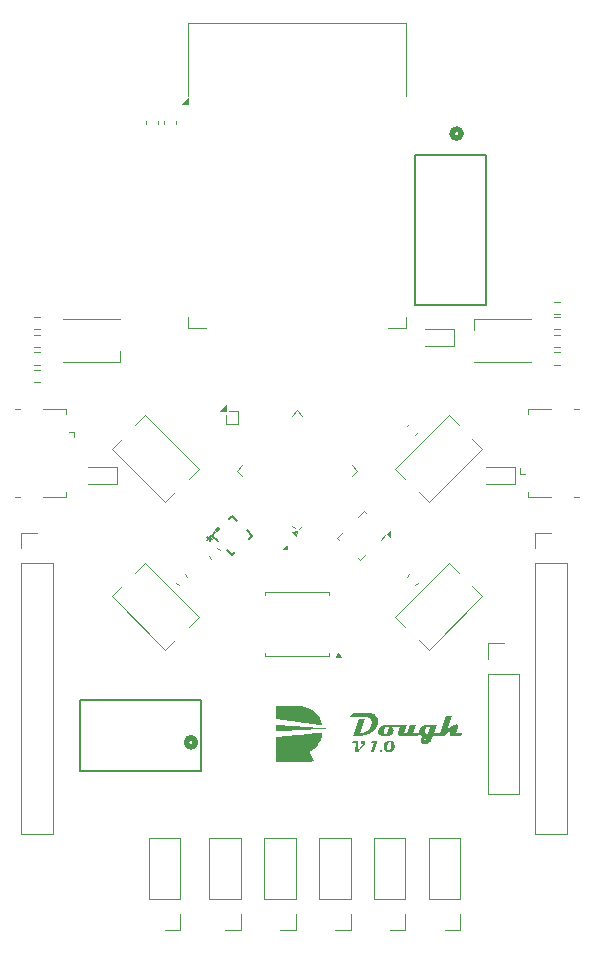
<source format=gbr>
%TF.GenerationSoftware,KiCad,Pcbnew,8.0.2*%
%TF.CreationDate,2024-06-02T11:57:14-03:00*%
%TF.ProjectId,dough,646f7567-682e-46b6-9963-61645f706362,rev?*%
%TF.SameCoordinates,Original*%
%TF.FileFunction,Legend,Top*%
%TF.FilePolarity,Positive*%
%FSLAX46Y46*%
G04 Gerber Fmt 4.6, Leading zero omitted, Abs format (unit mm)*
G04 Created by KiCad (PCBNEW 8.0.2) date 2024-06-02 11:57:14*
%MOMM*%
%LPD*%
G01*
G04 APERTURE LIST*
%ADD10C,0.100000*%
%ADD11C,0.300000*%
%ADD12C,0.150000*%
%ADD13C,0.152400*%
%ADD14C,0.508000*%
%ADD15C,0.120000*%
%ADD16C,0.000000*%
G04 APERTURE END LIST*
D10*
G36*
X129697487Y-88565024D02*
G01*
X129689142Y-88676679D01*
X129668706Y-88774578D01*
X129636008Y-88874504D01*
X129591048Y-88976456D01*
X129544215Y-89062964D01*
X129523098Y-89097962D01*
X129462075Y-89188042D01*
X129394535Y-89272901D01*
X129320476Y-89352539D01*
X129239898Y-89426957D01*
X129152803Y-89496154D01*
X129059189Y-89560130D01*
X128959057Y-89618886D01*
X128852407Y-89672421D01*
X128750214Y-89716385D01*
X128646113Y-89754487D01*
X128540104Y-89786727D01*
X128432187Y-89813105D01*
X128322362Y-89833621D01*
X128210628Y-89848276D01*
X128096987Y-89857069D01*
X127981437Y-89860000D01*
X127528122Y-89860000D01*
X128025401Y-88453161D01*
X128521214Y-88453161D01*
X128099651Y-89641158D01*
X128200962Y-89635285D01*
X128301929Y-89617665D01*
X128402554Y-89588298D01*
X128502834Y-89547185D01*
X128602772Y-89494326D01*
X128636008Y-89474096D01*
X128730776Y-89408499D01*
X128815412Y-89337373D01*
X128889915Y-89260717D01*
X128954287Y-89178531D01*
X129008526Y-89090816D01*
X129024354Y-89060348D01*
X129067180Y-88968896D01*
X129103244Y-88872794D01*
X129127394Y-88775409D01*
X129134263Y-88698381D01*
X129127952Y-88600731D01*
X129105283Y-88504873D01*
X129060075Y-88417104D01*
X129002372Y-88356929D01*
X128916181Y-88308758D01*
X128817563Y-88280658D01*
X128713165Y-88267812D01*
X128639916Y-88265582D01*
X127311235Y-88265582D01*
X127522749Y-87921688D01*
X128852407Y-87921688D01*
X128957365Y-87925254D01*
X129056693Y-87935952D01*
X129168457Y-87958203D01*
X129272115Y-87990723D01*
X129367668Y-88033513D01*
X129426866Y-88067745D01*
X129518835Y-88137618D01*
X129591776Y-88218275D01*
X129645689Y-88309718D01*
X129680573Y-88411945D01*
X129696430Y-88524957D01*
X129697487Y-88565024D01*
G37*
G36*
X132029732Y-89017850D02*
G01*
X131950490Y-89092863D01*
X131850923Y-89130477D01*
X131741311Y-89140949D01*
X130881088Y-89140949D01*
X130941934Y-89220339D01*
X130955338Y-89253789D01*
X130978439Y-89351813D01*
X130978785Y-89395938D01*
X130962620Y-89493277D01*
X130924968Y-89592730D01*
X130866861Y-89679604D01*
X130788299Y-89753900D01*
X130777041Y-89762302D01*
X130683129Y-89818173D01*
X130590338Y-89854137D01*
X130487636Y-89878039D01*
X130375023Y-89889880D01*
X130323726Y-89891263D01*
X130226026Y-89888875D01*
X130118453Y-89877289D01*
X130021423Y-89856188D01*
X129921550Y-89819547D01*
X129836028Y-89769955D01*
X129824982Y-89761814D01*
X129749892Y-89690072D01*
X129695281Y-89596764D01*
X129684544Y-89552254D01*
X130125401Y-89552254D01*
X130173701Y-89638507D01*
X130270515Y-89668196D01*
X130345219Y-89672421D01*
X130390648Y-89670956D01*
X130573342Y-89140949D01*
X130258757Y-89140949D01*
X130135170Y-89499009D01*
X130125401Y-89552254D01*
X129684544Y-89552254D01*
X129672071Y-89500550D01*
X129669644Y-89454068D01*
X129676482Y-89378841D01*
X129702739Y-89279434D01*
X129745847Y-89191263D01*
X129814489Y-89105499D01*
X129882623Y-89048625D01*
X129967708Y-88999327D01*
X130064386Y-88962138D01*
X130172658Y-88937057D01*
X130274690Y-88925196D01*
X130366224Y-88922107D01*
X132071039Y-88922107D01*
X132029732Y-89017850D01*
G37*
G36*
X133181367Y-89641158D02*
G01*
X133139214Y-89735490D01*
X133066793Y-89805993D01*
X133054849Y-89813593D01*
X132960333Y-89852341D01*
X132891695Y-89860000D01*
X132317236Y-89860000D01*
X132219713Y-89849799D01*
X132135193Y-89799046D01*
X132115491Y-89731039D01*
X132041236Y-89799046D01*
X131952192Y-89841864D01*
X131848360Y-89859496D01*
X131825819Y-89860000D01*
X131584019Y-89860000D01*
X131484979Y-89845589D01*
X131410607Y-89802358D01*
X131359776Y-89716897D01*
X131352965Y-89660209D01*
X131370844Y-89561380D01*
X131372016Y-89558115D01*
X131603070Y-88922107D01*
X132101814Y-88922107D01*
X131844870Y-89641158D01*
X132123796Y-89641158D01*
X132379274Y-88922107D01*
X132872156Y-88922107D01*
X132622540Y-89641158D01*
X133181367Y-89641158D01*
G37*
G36*
X134366434Y-89641158D02*
G01*
X134949197Y-89641158D01*
X134900074Y-89736901D01*
X134815718Y-89805289D01*
X134713006Y-89842689D01*
X134603497Y-89858076D01*
X134541311Y-89860000D01*
X134296580Y-89860000D01*
X134258441Y-89957992D01*
X134212737Y-90063872D01*
X134167102Y-90156974D01*
X134113948Y-90249445D01*
X134053314Y-90333831D01*
X133983487Y-90406542D01*
X133893601Y-90472359D01*
X133794646Y-90517700D01*
X133686621Y-90542564D01*
X133603907Y-90547787D01*
X133505508Y-90537917D01*
X133408269Y-90500801D01*
X133358688Y-90464256D01*
X133299544Y-90386062D01*
X133270552Y-90286423D01*
X133267341Y-90233203D01*
X133269264Y-90201451D01*
X133557501Y-90201451D01*
X133585055Y-90297762D01*
X133635659Y-90348974D01*
X133801744Y-89891263D01*
X133704887Y-89924029D01*
X133634682Y-89994822D01*
X133584710Y-90078883D01*
X133558707Y-90175676D01*
X133557501Y-90201451D01*
X133269264Y-90201451D01*
X133273472Y-90131972D01*
X133296122Y-90032101D01*
X133342444Y-89942006D01*
X133420613Y-89871303D01*
X133441730Y-89860000D01*
X133344367Y-89825079D01*
X133261838Y-89770326D01*
X133228750Y-89738367D01*
X133169514Y-89654950D01*
X133137617Y-89559306D01*
X133137346Y-89556161D01*
X133631263Y-89556161D01*
X133673883Y-89645554D01*
X133771277Y-89674304D01*
X133801744Y-89675352D01*
X133833496Y-89673886D01*
X133866224Y-89672421D01*
X134043545Y-89140949D01*
X133750942Y-89140949D01*
X133641032Y-89497055D01*
X133631263Y-89556161D01*
X133137346Y-89556161D01*
X133131542Y-89488750D01*
X133144409Y-89388132D01*
X133149616Y-89368583D01*
X133182063Y-89274513D01*
X133235804Y-89179998D01*
X133307314Y-89099345D01*
X133396592Y-89032552D01*
X133409002Y-89025177D01*
X133501386Y-88980084D01*
X133602686Y-88947875D01*
X133712901Y-88928549D01*
X133816651Y-88922208D01*
X133832030Y-88922107D01*
X134618004Y-88922107D01*
X134366434Y-89641158D01*
G37*
G36*
X136802023Y-89641158D02*
G01*
X136755300Y-89734337D01*
X136677536Y-89803579D01*
X136649616Y-89818967D01*
X136556898Y-89850984D01*
X136469364Y-89860000D01*
X135884159Y-89860000D01*
X135783583Y-89841376D01*
X135728972Y-89754102D01*
X135728820Y-89747159D01*
X135746852Y-89647983D01*
X135749337Y-89640181D01*
X135848499Y-89359790D01*
X135327773Y-89778422D01*
X135241420Y-89834188D01*
X135144126Y-89859283D01*
X135124075Y-89860000D01*
X134841242Y-89860000D01*
X135429378Y-88203056D01*
X135923726Y-88203056D01*
X135510467Y-89343182D01*
X135929588Y-89017362D01*
X136013394Y-88962010D01*
X136114171Y-88918643D01*
X136209525Y-88896898D01*
X136297418Y-88890844D01*
X136391585Y-88919081D01*
X136433960Y-89012003D01*
X136435170Y-89038367D01*
X136418724Y-89136003D01*
X136410258Y-89161465D01*
X136235868Y-89641158D01*
X136802023Y-89641158D01*
G37*
G36*
X128567585Y-90414717D02*
G01*
X128562285Y-90466078D01*
X128547209Y-90515198D01*
X128522357Y-90562077D01*
X128504326Y-90587152D01*
X128062491Y-91126685D01*
X128028178Y-91161796D01*
X127986151Y-91193577D01*
X127941972Y-91215471D01*
X127888849Y-91228385D01*
X127861235Y-91230000D01*
X127685380Y-91230000D01*
X127754745Y-90432791D01*
X127436741Y-90432791D01*
X127539078Y-90260844D01*
X127871737Y-90260844D01*
X127922784Y-90269453D01*
X127965038Y-90295282D01*
X127994577Y-90337181D01*
X128002896Y-90382965D01*
X128002163Y-90396643D01*
X127930600Y-91097131D01*
X128351186Y-90573475D01*
X128302306Y-90557993D01*
X128260843Y-90531788D01*
X128244207Y-90516078D01*
X128215323Y-90473669D01*
X128202614Y-90425090D01*
X128201953Y-90410076D01*
X128209475Y-90361751D01*
X128234601Y-90315677D01*
X128255443Y-90293572D01*
X128298800Y-90264103D01*
X128348270Y-90248235D01*
X128384647Y-90245212D01*
X128434492Y-90251158D01*
X128482681Y-90271205D01*
X128514584Y-90295526D01*
X128547111Y-90335758D01*
X128565216Y-90385388D01*
X128567585Y-90414717D01*
G37*
G36*
X129561165Y-90461612D02*
G01*
X129291277Y-91230000D01*
X129041905Y-91230000D01*
X129313258Y-90432791D01*
X129095638Y-90432791D01*
X129186985Y-90260844D01*
X129455408Y-90260844D01*
X129506243Y-90269805D01*
X129541137Y-90292595D01*
X129568008Y-90335025D01*
X129575575Y-90383454D01*
X129569369Y-90433312D01*
X129561165Y-90461612D01*
G37*
G36*
X130033042Y-91128394D02*
G01*
X130021914Y-91178395D01*
X129997871Y-91211193D01*
X129956626Y-91238064D01*
X129913363Y-91245631D01*
X129864507Y-91235912D01*
X129828611Y-91211193D01*
X129800567Y-91168045D01*
X129793928Y-91128394D01*
X129804902Y-91078394D01*
X129828611Y-91045596D01*
X129869804Y-91018725D01*
X129913363Y-91011158D01*
X129961907Y-91020877D01*
X129997871Y-91045596D01*
X130025314Y-91086116D01*
X130033042Y-91128394D01*
G37*
G36*
X130703207Y-90248134D02*
G01*
X130757101Y-90256900D01*
X130807286Y-90271509D01*
X130853763Y-90291962D01*
X130896530Y-90318259D01*
X130935589Y-90350399D01*
X130950174Y-90364891D01*
X130983174Y-90404128D01*
X131010581Y-90447037D01*
X131032395Y-90493620D01*
X131048615Y-90543876D01*
X131059242Y-90597805D01*
X131064276Y-90655407D01*
X131064724Y-90679476D01*
X131062556Y-90739251D01*
X131056053Y-90796331D01*
X131045215Y-90850717D01*
X131030041Y-90902409D01*
X131010532Y-90951406D01*
X130986688Y-90997709D01*
X130958509Y-91041318D01*
X130925994Y-91082233D01*
X130888480Y-91120529D01*
X130848111Y-91153719D01*
X130804888Y-91181804D01*
X130758810Y-91204781D01*
X130709877Y-91222653D01*
X130658090Y-91235419D01*
X130603448Y-91243078D01*
X130545952Y-91245631D01*
X130488542Y-91242739D01*
X130434769Y-91234063D01*
X130384634Y-91219603D01*
X130338136Y-91199358D01*
X130295275Y-91173330D01*
X130256052Y-91141518D01*
X130241381Y-91127173D01*
X130208240Y-91088212D01*
X130180716Y-91045519D01*
X130158810Y-90999092D01*
X130142520Y-90948933D01*
X130132303Y-90897341D01*
X130415038Y-90897341D01*
X130417990Y-90957149D01*
X130426845Y-91006821D01*
X130445263Y-91053046D01*
X130483044Y-91091972D01*
X130535938Y-91104947D01*
X130584845Y-91095188D01*
X130628983Y-91065911D01*
X130663021Y-91025282D01*
X130688709Y-90980470D01*
X130711965Y-90925701D01*
X130720586Y-90901004D01*
X130735010Y-90853283D01*
X130746990Y-90805525D01*
X130758138Y-90748169D01*
X130765766Y-90690762D01*
X130769873Y-90633303D01*
X130770655Y-90594968D01*
X130768789Y-90545967D01*
X130761208Y-90493903D01*
X130744412Y-90444902D01*
X130714204Y-90406313D01*
X130665684Y-90386713D01*
X130651221Y-90385896D01*
X130602481Y-90395690D01*
X130558416Y-90425072D01*
X130524367Y-90465848D01*
X130498617Y-90510820D01*
X130475251Y-90565787D01*
X130466573Y-90590572D01*
X130451727Y-90638891D01*
X130439396Y-90687067D01*
X130429582Y-90735100D01*
X130421127Y-90792550D01*
X130416296Y-90849794D01*
X130415038Y-90897341D01*
X130132303Y-90897341D01*
X130131848Y-90895041D01*
X130126792Y-90837416D01*
X130126343Y-90813321D01*
X130128533Y-90753921D01*
X130135105Y-90697107D01*
X130146058Y-90642882D01*
X130161392Y-90591243D01*
X130181107Y-90542193D01*
X130205203Y-90495729D01*
X130233680Y-90451853D01*
X130266538Y-90410565D01*
X130304144Y-90371810D01*
X130344543Y-90338223D01*
X130387736Y-90309803D01*
X130433722Y-90286550D01*
X130482502Y-90268465D01*
X130534076Y-90255547D01*
X130588443Y-90247796D01*
X130645603Y-90245212D01*
X130703207Y-90248134D01*
G37*
D11*
X122228572Y-90471185D02*
X123371429Y-90471185D01*
D12*
X115206129Y-72976946D02*
X115374487Y-73145305D01*
X115138785Y-73246320D02*
X115374487Y-73145305D01*
X115374487Y-73145305D02*
X115475503Y-72909603D01*
X115408159Y-73381007D02*
X115374487Y-73145305D01*
X115374487Y-73145305D02*
X115610190Y-73178977D01*
X115206129Y-72976946D02*
X115374487Y-73145305D01*
X115138785Y-73246320D02*
X115374487Y-73145305D01*
X115374487Y-73145305D02*
X115475503Y-72909603D01*
X115408159Y-73381007D02*
X115374487Y-73145305D01*
X115374487Y-73145305D02*
X115610190Y-73178977D01*
D13*
%TO.C,J1*%
X104419200Y-86832600D02*
X104419200Y-92827000D01*
X104419200Y-92827000D02*
X114680800Y-92827000D01*
X114680800Y-86832600D02*
X104419200Y-86832600D01*
X114680800Y-92827000D02*
X114680800Y-86832600D01*
D14*
X114201000Y-90400000D02*
G75*
G02*
X113439000Y-90400000I-381000J0D01*
G01*
X113439000Y-90400000D02*
G75*
G02*
X114201000Y-90400000I381000J0D01*
G01*
D15*
%TO.C,D1*%
X102950000Y-58200000D02*
X107850000Y-58200000D01*
X107850000Y-54600000D02*
X102950000Y-54600000D01*
X107850000Y-58200000D02*
X107850000Y-57300000D01*
%TO.C,D7*%
X133600000Y-56835000D02*
X136060000Y-56835000D01*
X136060000Y-55365000D02*
X133600000Y-55365000D01*
X136060000Y-56835000D02*
X136060000Y-55365000D01*
%TO.C,R29*%
X145054724Y-55877500D02*
X144545276Y-55877500D01*
X145054724Y-56922500D02*
X144545276Y-56922500D01*
D16*
%TO.C,_*%
G36*
X122014323Y-87311629D02*
G01*
X122238673Y-87313430D01*
X122430639Y-87315370D01*
X122593335Y-87317545D01*
X122729878Y-87320053D01*
X122843381Y-87322992D01*
X122936960Y-87326457D01*
X123013731Y-87330548D01*
X123076808Y-87335360D01*
X123129307Y-87340992D01*
X123174342Y-87347540D01*
X123176651Y-87347927D01*
X123458983Y-87405432D01*
X123711874Y-87478337D01*
X123938445Y-87567897D01*
X124141814Y-87675364D01*
X124325101Y-87801992D01*
X124344252Y-87817210D01*
X124509998Y-87973312D01*
X124652292Y-88154937D01*
X124769967Y-88359975D01*
X124861857Y-88586316D01*
X124926796Y-88831851D01*
X124937862Y-88891195D01*
X124942248Y-88936907D01*
X124933530Y-88955096D01*
X124926346Y-88955995D01*
X124906007Y-88953511D01*
X124852750Y-88946736D01*
X124768857Y-88935966D01*
X124656612Y-88921495D01*
X124518299Y-88903620D01*
X124356200Y-88882637D01*
X124172599Y-88858842D01*
X123969779Y-88832529D01*
X123750024Y-88803996D01*
X123515616Y-88773537D01*
X123268840Y-88741450D01*
X123011979Y-88708028D01*
X122968624Y-88702385D01*
X121033893Y-88450537D01*
X121029207Y-87877468D01*
X121024522Y-87304399D01*
X122014323Y-87311629D01*
G37*
G36*
X121082705Y-88923384D02*
G01*
X121111377Y-88924865D01*
X121171569Y-88928711D01*
X121260704Y-88934733D01*
X121376206Y-88942741D01*
X121515499Y-88952547D01*
X121676007Y-88963960D01*
X121855153Y-88976791D01*
X122050363Y-88990851D01*
X122259059Y-89005951D01*
X122478665Y-89021901D01*
X122706607Y-89038512D01*
X122940306Y-89055594D01*
X123177188Y-89072959D01*
X123414676Y-89090416D01*
X123650194Y-89107777D01*
X123881166Y-89124851D01*
X124105016Y-89141451D01*
X124319168Y-89157386D01*
X124521045Y-89172467D01*
X124708073Y-89186504D01*
X124877674Y-89199309D01*
X125027272Y-89210692D01*
X125154292Y-89220463D01*
X125256158Y-89228434D01*
X125330292Y-89234414D01*
X125374120Y-89238215D01*
X125385185Y-89239643D01*
X125344328Y-89241558D01*
X125271548Y-89245206D01*
X125169624Y-89250437D01*
X125041339Y-89257104D01*
X124889474Y-89265057D01*
X124716812Y-89274146D01*
X124526134Y-89284224D01*
X124320222Y-89295140D01*
X124101857Y-89306745D01*
X123873822Y-89318892D01*
X123638898Y-89331430D01*
X123399866Y-89344211D01*
X123159509Y-89357085D01*
X122920609Y-89369904D01*
X122685946Y-89382519D01*
X122458303Y-89394780D01*
X122240462Y-89406539D01*
X122035204Y-89417646D01*
X121845311Y-89427952D01*
X121673565Y-89437309D01*
X121522748Y-89445568D01*
X121395640Y-89452578D01*
X121295025Y-89458192D01*
X121223683Y-89462261D01*
X121184397Y-89464634D01*
X121180329Y-89464914D01*
X121025018Y-89476271D01*
X121025018Y-89199264D01*
X121025018Y-88922257D01*
X121082705Y-88923384D01*
G37*
G36*
X124938440Y-89583987D02*
G01*
X124944450Y-89604405D01*
X124941545Y-89648442D01*
X124938524Y-89672187D01*
X124928195Y-89733151D01*
X124911673Y-89813869D01*
X124891992Y-89899812D01*
X124885425Y-89926432D01*
X124805742Y-90176378D01*
X124697997Y-90404614D01*
X124562046Y-90611325D01*
X124397748Y-90796695D01*
X124204958Y-90960910D01*
X123983534Y-91104153D01*
X123967051Y-91113348D01*
X123910280Y-91145947D01*
X123868051Y-91172549D01*
X123847943Y-91188314D01*
X123847240Y-91189815D01*
X123855158Y-91207679D01*
X123877453Y-91252668D01*
X123911941Y-91320508D01*
X123956433Y-91406926D01*
X124008743Y-91507648D01*
X124060238Y-91606114D01*
X124117654Y-91715865D01*
X124169208Y-91814995D01*
X124212718Y-91899256D01*
X124246000Y-91964404D01*
X124266869Y-92006192D01*
X124273236Y-92020307D01*
X124255900Y-92021498D01*
X124205549Y-92022637D01*
X124124667Y-92023711D01*
X124015738Y-92024708D01*
X123881246Y-92025615D01*
X123723677Y-92026420D01*
X123545513Y-92027111D01*
X123349240Y-92027674D01*
X123137342Y-92028097D01*
X122912302Y-92028369D01*
X122676606Y-92028476D01*
X122649127Y-92028477D01*
X121025018Y-92028477D01*
X121025018Y-90990112D01*
X121025211Y-90801782D01*
X121025769Y-90624449D01*
X121026657Y-90461218D01*
X121027838Y-90315196D01*
X121029279Y-90189491D01*
X121030945Y-90087210D01*
X121032800Y-90011459D01*
X121034809Y-89965345D01*
X121036692Y-89951747D01*
X121055569Y-89950069D01*
X121107493Y-89945180D01*
X121190178Y-89937302D01*
X121301340Y-89926655D01*
X121438692Y-89913458D01*
X121599948Y-89897933D01*
X121782823Y-89880299D01*
X121985030Y-89860777D01*
X122204285Y-89839586D01*
X122438300Y-89816948D01*
X122684790Y-89793083D01*
X122941469Y-89768210D01*
X122970724Y-89765374D01*
X123228810Y-89740378D01*
X123477238Y-89716367D01*
X123713697Y-89693561D01*
X123935872Y-89672182D01*
X124141451Y-89652450D01*
X124328121Y-89634587D01*
X124493568Y-89618813D01*
X124635479Y-89605350D01*
X124751541Y-89594418D01*
X124839440Y-89586238D01*
X124896865Y-89581031D01*
X124921500Y-89579018D01*
X124922071Y-89579001D01*
X124938440Y-89583987D01*
G37*
D15*
%TO.C,J7*%
X124670000Y-103655000D02*
X124670000Y-98515000D01*
X127330000Y-98515000D02*
X124670000Y-98515000D01*
X127330000Y-103655000D02*
X124670000Y-103655000D01*
X127330000Y-103655000D02*
X127330000Y-98515000D01*
X127330000Y-104925000D02*
X127330000Y-106255000D01*
X127330000Y-106255000D02*
X126000000Y-106255000D01*
%TO.C,J6*%
X129320000Y-103655000D02*
X129320000Y-98515000D01*
X131980000Y-98515000D02*
X129320000Y-98515000D01*
X131980000Y-103655000D02*
X129320000Y-103655000D01*
X131980000Y-103655000D02*
X131980000Y-98515000D01*
X131980000Y-104925000D02*
X131980000Y-106255000D01*
X131980000Y-106255000D02*
X130650000Y-106255000D01*
%TO.C,R30*%
X145054724Y-54377500D02*
X144545276Y-54377500D01*
X145054724Y-55422500D02*
X144545276Y-55422500D01*
%TO.C,J12*%
X99470000Y-72645000D02*
X100800000Y-72645000D01*
X99470000Y-73975000D02*
X99470000Y-72645000D01*
X99470000Y-75245000D02*
X99470000Y-98165000D01*
X99470000Y-75245000D02*
X102130000Y-75245000D01*
X99470000Y-98165000D02*
X102130000Y-98165000D01*
X102130000Y-75245000D02*
X102130000Y-98165000D01*
%TO.C,D5*%
X137750000Y-54600000D02*
X137750000Y-55500000D01*
X137750000Y-58200000D02*
X142650000Y-58200000D01*
X142650000Y-54600000D02*
X137750000Y-54600000D01*
%TO.C,U9*%
X113600000Y-29500000D02*
X113600000Y-35700000D01*
X113600000Y-29500000D02*
X132000000Y-29500000D01*
X113600000Y-54350000D02*
X113600000Y-55350000D01*
X113600000Y-55350000D02*
X115100000Y-55350000D01*
X132000000Y-29500000D02*
X132000000Y-35700000D01*
X132000000Y-55350000D02*
X130500000Y-55350000D01*
X132000000Y-55350000D02*
X132000000Y-54350000D01*
X113600000Y-36375000D02*
X113100000Y-36375000D01*
X113600000Y-35875000D01*
X113600000Y-36375000D01*
G36*
X113600000Y-36375000D02*
G01*
X113100000Y-36375000D01*
X113600000Y-35875000D01*
X113600000Y-36375000D01*
G37*
%TO.C,C25*%
X132292802Y-76185949D02*
X132085949Y-76392802D01*
X133014051Y-76907198D02*
X132807198Y-77114051D01*
%TO.C,R14*%
X100545276Y-54377500D02*
X101054724Y-54377500D01*
X100545276Y-55422500D02*
X101054724Y-55422500D01*
%TO.C,R31*%
X145054724Y-53127500D02*
X144545276Y-53127500D01*
X145054724Y-54172500D02*
X144545276Y-54172500D01*
%TO.C,C401*%
X111540000Y-37753733D02*
X111540000Y-38046267D01*
X112560000Y-37753733D02*
X112560000Y-38046267D01*
%TO.C,J4*%
X110270000Y-103655000D02*
X110270000Y-98515000D01*
X112930000Y-98515000D02*
X110270000Y-98515000D01*
X112930000Y-103655000D02*
X110270000Y-103655000D01*
X112930000Y-103655000D02*
X112930000Y-98515000D01*
X112930000Y-104925000D02*
X112930000Y-106255000D01*
X112930000Y-106255000D02*
X111600000Y-106255000D01*
%TO.C,J9*%
X115370000Y-103655000D02*
X115370000Y-98515000D01*
X118030000Y-98515000D02*
X115370000Y-98515000D01*
X118030000Y-103655000D02*
X115370000Y-103655000D01*
X118030000Y-103655000D02*
X118030000Y-98515000D01*
X118030000Y-104925000D02*
X118030000Y-106255000D01*
X118030000Y-106255000D02*
X116700000Y-106255000D01*
%TO.C,U7*%
X116760000Y-62680000D02*
X116760000Y-63440000D01*
X116760000Y-63440000D02*
X117840000Y-63440000D01*
X117080000Y-62360000D02*
X117840000Y-62360000D01*
X117840000Y-63440000D02*
X117840000Y-62360000D01*
X116760000Y-62360000D02*
X116260000Y-62360000D01*
X116760000Y-61860000D01*
X116760000Y-62360000D01*
G36*
X116760000Y-62360000D02*
G01*
X116260000Y-62360000D01*
X116760000Y-61860000D01*
X116760000Y-62360000D01*
G37*
%TO.C,SW4*%
X131123045Y-67248528D02*
X131971573Y-68097056D01*
X133102944Y-69228427D02*
X133951472Y-70076955D01*
X133951472Y-70076955D02*
X138476955Y-65551472D01*
X135648528Y-62723045D02*
X131123045Y-67248528D01*
X136497056Y-63571573D02*
X135648528Y-62723045D01*
X138476955Y-65551472D02*
X137628427Y-64702944D01*
%TO.C,U2*%
X117694689Y-67400000D02*
X118154308Y-66940381D01*
X118154308Y-67859619D02*
X117694689Y-67400000D01*
X122340381Y-72045692D02*
X122587868Y-72293179D01*
X122800000Y-62294689D02*
X122340381Y-62754308D01*
X123259619Y-62754308D02*
X122800000Y-62294689D01*
X123259619Y-72045692D02*
X122969706Y-72335605D01*
X127445692Y-66940381D02*
X127905311Y-67400000D01*
X127905311Y-67400000D02*
X127445692Y-67859619D01*
X122736360Y-72908362D02*
X122396949Y-72568951D01*
X122800000Y-72505311D01*
X122736360Y-72908362D01*
G36*
X122736360Y-72908362D02*
G01*
X122396949Y-72568951D01*
X122800000Y-72505311D01*
X122736360Y-72908362D01*
G37*
%TO.C,SW301*%
X107123045Y-65551472D02*
X111648528Y-70076955D01*
X107971573Y-64702944D02*
X107123045Y-65551472D01*
X109951472Y-62723045D02*
X109102944Y-63571573D01*
X111648528Y-70076955D02*
X112497056Y-69228427D01*
X113628427Y-68097056D02*
X114476955Y-67248528D01*
X114476955Y-67248528D02*
X109951472Y-62723045D01*
%TO.C,SW1*%
X107123045Y-78051472D02*
X111648528Y-82576955D01*
X107971573Y-77202944D02*
X107123045Y-78051472D01*
X109951472Y-75223045D02*
X109102944Y-76071573D01*
X111648528Y-82576955D02*
X112497056Y-81728427D01*
X113628427Y-80597056D02*
X114476955Y-79748528D01*
X114476955Y-79748528D02*
X109951472Y-75223045D01*
D13*
%TO.C,U11*%
X132802800Y-40642200D02*
X132802800Y-53367600D01*
X132802800Y-53367600D02*
X138797200Y-53367600D01*
X138797200Y-40642200D02*
X132802800Y-40642200D01*
X138797200Y-53367600D02*
X138797200Y-40642200D01*
D14*
X136689000Y-38864200D02*
G75*
G02*
X135927000Y-38864200I-381000J0D01*
G01*
X135927000Y-38864200D02*
G75*
G02*
X136689000Y-38864200I381000J0D01*
G01*
D15*
%TO.C,C11*%
X112792802Y-77114051D02*
X112585949Y-76907198D01*
X113514051Y-76392802D02*
X113307198Y-76185949D01*
%TO.C,J8*%
X120020000Y-103655000D02*
X120020000Y-98515000D01*
X122680000Y-98515000D02*
X120020000Y-98515000D01*
X122680000Y-103655000D02*
X120020000Y-103655000D01*
X122680000Y-103655000D02*
X122680000Y-98515000D01*
X122680000Y-104925000D02*
X122680000Y-106255000D01*
X122680000Y-106255000D02*
X121350000Y-106255000D01*
%TO.C,U1*%
X120075000Y-77675000D02*
X120075000Y-77935000D01*
X120075000Y-83125000D02*
X120075000Y-82865000D01*
X122800000Y-77675000D02*
X120075000Y-77675000D01*
X122800000Y-77675000D02*
X125525000Y-77675000D01*
X122800000Y-83125000D02*
X120075000Y-83125000D01*
X122800000Y-83125000D02*
X125525000Y-83125000D01*
X125525000Y-77675000D02*
X125525000Y-77935000D01*
X125525000Y-83125000D02*
X125525000Y-82865000D01*
X126547500Y-83195000D02*
X126067500Y-83195000D01*
X126307500Y-82865000D01*
X126547500Y-83195000D01*
G36*
X126547500Y-83195000D02*
G01*
X126067500Y-83195000D01*
X126307500Y-82865000D01*
X126547500Y-83195000D01*
G37*
%TO.C,C405*%
X110030000Y-38046267D02*
X110030000Y-37753733D01*
X111050000Y-38046267D02*
X111050000Y-37753733D01*
D13*
%TO.C,U6*%
X115629672Y-72900000D02*
X116072362Y-73342690D01*
X115895586Y-72634086D02*
X115629672Y-72900000D01*
X116857310Y-74127638D02*
X117300000Y-74570328D01*
X117300000Y-71229672D02*
X117034086Y-71495586D01*
X117300000Y-74570328D02*
X117565914Y-74304414D01*
X117742690Y-71672362D02*
X117300000Y-71229672D01*
X118704414Y-73165914D02*
X118970328Y-72900000D01*
X118970328Y-72900000D02*
X118527638Y-72457310D01*
D16*
G36*
X116265149Y-72302847D02*
G01*
X115995742Y-72572255D01*
X115816136Y-72392649D01*
X116085544Y-72123242D01*
X116265149Y-72302847D01*
G37*
D15*
%TO.C,C18*%
X115542802Y-74864051D02*
X115335949Y-74657198D01*
X116264051Y-74142802D02*
X116057198Y-73935949D01*
%TO.C,C402*%
X132292802Y-63435949D02*
X132085949Y-63642802D01*
X133014051Y-64157198D02*
X132807198Y-64364051D01*
%TO.C,D8*%
X105100000Y-68535000D02*
X107560000Y-68535000D01*
X107560000Y-67065000D02*
X105100000Y-67065000D01*
X107560000Y-68535000D02*
X107560000Y-67065000D01*
%TO.C,R32*%
X145054724Y-57377500D02*
X144545276Y-57377500D01*
X145054724Y-58422500D02*
X144545276Y-58422500D01*
%TO.C,R28*%
X100545276Y-58877500D02*
X101054724Y-58877500D01*
X100545276Y-59922500D02*
X101054724Y-59922500D01*
%TO.C,J5*%
X133970000Y-103655000D02*
X133970000Y-98515000D01*
X136630000Y-98515000D02*
X133970000Y-98515000D01*
X136630000Y-103655000D02*
X133970000Y-103655000D01*
X136630000Y-103655000D02*
X136630000Y-98515000D01*
X136630000Y-104925000D02*
X136630000Y-106255000D01*
X136630000Y-106255000D02*
X135300000Y-106255000D01*
%TO.C,D9*%
X138800000Y-68535000D02*
X141260000Y-68535000D01*
X141260000Y-67065000D02*
X138800000Y-67065000D01*
X141260000Y-68535000D02*
X141260000Y-67065000D01*
%TO.C,J10*%
X141660000Y-67210000D02*
X141660000Y-67660000D01*
X142110000Y-67660000D02*
X141660000Y-67660000D01*
X142340000Y-62140000D02*
X142340000Y-62560000D01*
X142340000Y-69660000D02*
X142340000Y-69240000D01*
X144320000Y-62140000D02*
X142340000Y-62140000D01*
X144320000Y-69660000D02*
X142340000Y-69660000D01*
X146290000Y-62140000D02*
X146690000Y-62140000D01*
X146690000Y-69660000D02*
X146290000Y-69660000D01*
%TO.C,R16*%
X100545276Y-57377500D02*
X101054724Y-57377500D01*
X100545276Y-58422500D02*
X101054724Y-58422500D01*
%TO.C,J2*%
X138970000Y-81995000D02*
X140300000Y-81995000D01*
X138970000Y-83325000D02*
X138970000Y-81995000D01*
X138970000Y-84595000D02*
X138970000Y-94815000D01*
X138970000Y-84595000D02*
X141630000Y-84595000D01*
X138970000Y-94815000D02*
X141630000Y-94815000D01*
X141630000Y-84595000D02*
X141630000Y-94815000D01*
%TO.C,R15*%
X100545276Y-55877500D02*
X101054724Y-55877500D01*
X100545276Y-56922500D02*
X101054724Y-56922500D01*
%TO.C,J11*%
X142970000Y-72645000D02*
X144300000Y-72645000D01*
X142970000Y-73975000D02*
X142970000Y-72645000D01*
X142970000Y-75245000D02*
X142970000Y-98165000D01*
X142970000Y-75245000D02*
X145630000Y-75245000D01*
X142970000Y-98165000D02*
X145630000Y-98165000D01*
X145630000Y-75245000D02*
X145630000Y-98165000D01*
%TO.C,U10*%
X121920000Y-74040000D02*
X121640000Y-74040000D01*
X121920000Y-73760000D01*
X121920000Y-74040000D01*
G36*
X121920000Y-74040000D02*
G01*
X121640000Y-74040000D01*
X121920000Y-73760000D01*
X121920000Y-74040000D01*
G37*
D10*
%TO.C,U8*%
X126214035Y-73076777D02*
X126723152Y-72567660D01*
X126369598Y-73232340D02*
X126214035Y-73076777D01*
X128123223Y-74985965D02*
X127967660Y-74830402D01*
X128476777Y-70814035D02*
X127967660Y-71323152D01*
X128476777Y-70814035D02*
X128632340Y-70969598D01*
X128632340Y-74476848D02*
X128123223Y-74985965D01*
X130244544Y-72864645D02*
X129876848Y-73232340D01*
X130640523Y-72977782D02*
X130385965Y-72723223D01*
X130640523Y-72468665D01*
X130640523Y-72977782D01*
G36*
X130640523Y-72977782D02*
G01*
X130385965Y-72723223D01*
X130640523Y-72468665D01*
X130640523Y-72977782D01*
G37*
D15*
%TO.C,SW2*%
X131123045Y-79748528D02*
X131971573Y-80597056D01*
X133102944Y-81728427D02*
X133951472Y-82576955D01*
X133951472Y-82576955D02*
X138476955Y-78051472D01*
X135648528Y-75223045D02*
X131123045Y-79748528D01*
X136497056Y-76071573D02*
X135648528Y-75223045D01*
X138476955Y-78051472D02*
X137628427Y-77202944D01*
%TO.C,J3*%
X98910000Y-62140000D02*
X99310000Y-62140000D01*
X99310000Y-69660000D02*
X98910000Y-69660000D01*
X101280000Y-62140000D02*
X103260000Y-62140000D01*
X101280000Y-69660000D02*
X103260000Y-69660000D01*
X103260000Y-62140000D02*
X103260000Y-62560000D01*
X103260000Y-69660000D02*
X103260000Y-69240000D01*
X103490000Y-64140000D02*
X103940000Y-64140000D01*
X103940000Y-64590000D02*
X103940000Y-64140000D01*
%TD*%
M02*

</source>
